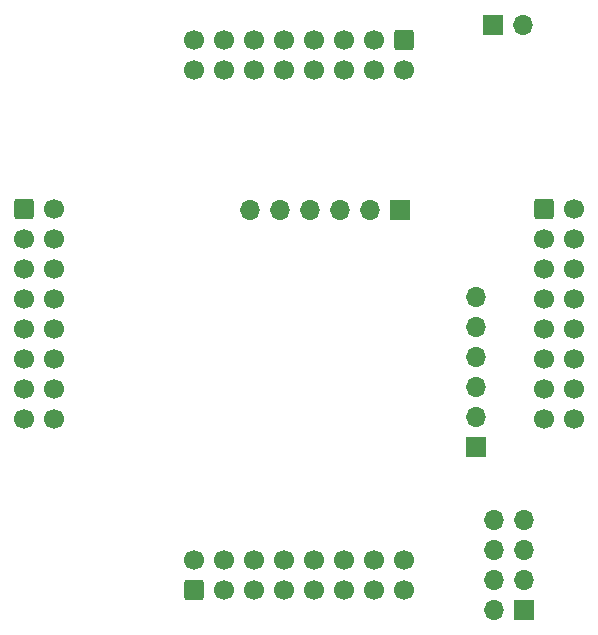
<source format=gbr>
%TF.GenerationSoftware,KiCad,Pcbnew,6.0.11+dfsg-1~bpo11+1*%
%TF.CreationDate,2023-05-15T10:42:25+02:00*%
%TF.ProjectId,dvert_12,64766572-745f-4313-922e-6b696361645f,rev?*%
%TF.SameCoordinates,Original*%
%TF.FileFunction,Soldermask,Bot*%
%TF.FilePolarity,Negative*%
%FSLAX46Y46*%
G04 Gerber Fmt 4.6, Leading zero omitted, Abs format (unit mm)*
G04 Created by KiCad (PCBNEW 6.0.11+dfsg-1~bpo11+1) date 2023-05-15 10:42:25*
%MOMM*%
%LPD*%
G01*
G04 APERTURE LIST*
G04 Aperture macros list*
%AMRoundRect*
0 Rectangle with rounded corners*
0 $1 Rounding radius*
0 $2 $3 $4 $5 $6 $7 $8 $9 X,Y pos of 4 corners*
0 Add a 4 corners polygon primitive as box body*
4,1,4,$2,$3,$4,$5,$6,$7,$8,$9,$2,$3,0*
0 Add four circle primitives for the rounded corners*
1,1,$1+$1,$2,$3*
1,1,$1+$1,$4,$5*
1,1,$1+$1,$6,$7*
1,1,$1+$1,$8,$9*
0 Add four rect primitives between the rounded corners*
20,1,$1+$1,$2,$3,$4,$5,0*
20,1,$1+$1,$4,$5,$6,$7,0*
20,1,$1+$1,$6,$7,$8,$9,0*
20,1,$1+$1,$8,$9,$2,$3,0*%
G04 Aperture macros list end*
%ADD10RoundRect,0.250000X-0.600000X-0.600000X0.600000X-0.600000X0.600000X0.600000X-0.600000X0.600000X0*%
%ADD11C,1.700000*%
%ADD12RoundRect,0.250000X0.600000X-0.600000X0.600000X0.600000X-0.600000X0.600000X-0.600000X-0.600000X0*%
%ADD13R,1.700000X1.700000*%
%ADD14O,1.700000X1.700000*%
%ADD15RoundRect,0.250000X-0.600000X0.600000X-0.600000X-0.600000X0.600000X-0.600000X0.600000X0.600000X0*%
G04 APERTURE END LIST*
D10*
%TO.C,J4*%
X163750000Y-84100000D03*
D11*
X166290000Y-84100000D03*
X163750000Y-86640000D03*
X166290000Y-86640000D03*
X163750000Y-89180000D03*
X166290000Y-89180000D03*
X163750000Y-91720000D03*
X166290000Y-91720000D03*
X163750000Y-94260000D03*
X166290000Y-94260000D03*
X163750000Y-96800000D03*
X166290000Y-96800000D03*
X163750000Y-99340000D03*
X166290000Y-99340000D03*
X163750000Y-101880000D03*
X166290000Y-101880000D03*
%TD*%
D12*
%TO.C,J2*%
X134100000Y-116300000D03*
D11*
X134100000Y-113760000D03*
X136640000Y-116300000D03*
X136640000Y-113760000D03*
X139180000Y-116300000D03*
X139180000Y-113760000D03*
X141720000Y-116300000D03*
X141720000Y-113760000D03*
X144260000Y-116300000D03*
X144260000Y-113760000D03*
X146800000Y-116300000D03*
X146800000Y-113760000D03*
X149340000Y-116300000D03*
X149340000Y-113760000D03*
X151880000Y-116300000D03*
X151880000Y-113760000D03*
%TD*%
D13*
%TO.C,J7*%
X159460000Y-68500000D03*
D14*
X162000000Y-68500000D03*
%TD*%
D15*
%TO.C,J1*%
X151890000Y-69747500D03*
D11*
X151890000Y-72287500D03*
X149350000Y-69747500D03*
X149350000Y-72287500D03*
X146810000Y-69747500D03*
X146810000Y-72287500D03*
X144270000Y-69747500D03*
X144270000Y-72287500D03*
X141730000Y-69747500D03*
X141730000Y-72287500D03*
X139190000Y-69747500D03*
X139190000Y-72287500D03*
X136650000Y-69747500D03*
X136650000Y-72287500D03*
X134110000Y-69747500D03*
X134110000Y-72287500D03*
%TD*%
D13*
%TO.C,J6*%
X157985000Y-104245000D03*
D14*
X157985000Y-101705000D03*
X157985000Y-99165000D03*
X157985000Y-96625000D03*
X157985000Y-94085000D03*
X157985000Y-91545000D03*
%TD*%
D13*
%TO.C,J5*%
X151585000Y-84115000D03*
D14*
X149045000Y-84115000D03*
X146505000Y-84115000D03*
X143965000Y-84115000D03*
X141425000Y-84115000D03*
X138885000Y-84115000D03*
%TD*%
D13*
%TO.C,J8*%
X162100000Y-118000000D03*
D14*
X159560000Y-118000000D03*
X162100000Y-115460000D03*
X159560000Y-115460000D03*
X162100000Y-112920000D03*
X159560000Y-112920000D03*
X162100000Y-110380000D03*
X159560000Y-110380000D03*
%TD*%
D10*
%TO.C,J3*%
X119760000Y-84080000D03*
D11*
X122300000Y-84080000D03*
X119760000Y-86620000D03*
X122300000Y-86620000D03*
X119760000Y-89160000D03*
X122300000Y-89160000D03*
X119760000Y-91700000D03*
X122300000Y-91700000D03*
X119760000Y-94240000D03*
X122300000Y-94240000D03*
X119760000Y-96780000D03*
X122300000Y-96780000D03*
X119760000Y-99320000D03*
X122300000Y-99320000D03*
X119760000Y-101860000D03*
X122300000Y-101860000D03*
%TD*%
M02*

</source>
